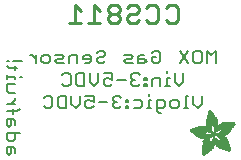
<source format=gbr>
G04 EAGLE Gerber RS-274X export*
G75*
%MOMM*%
%FSLAX34Y34*%
%LPD*%
%INSilkscreen Bottom*%
%IPPOS*%
%AMOC8*
5,1,8,0,0,1.08239X$1,22.5*%
G01*
%ADD10C,0.203200*%
%ADD11C,0.254000*%
%ADD12R,0.050800X0.006300*%
%ADD13R,0.082600X0.006400*%
%ADD14R,0.120600X0.006300*%
%ADD15R,0.139700X0.006400*%
%ADD16R,0.158800X0.006300*%
%ADD17R,0.177800X0.006400*%
%ADD18R,0.196800X0.006300*%
%ADD19R,0.215900X0.006400*%
%ADD20R,0.228600X0.006300*%
%ADD21R,0.241300X0.006400*%
%ADD22R,0.254000X0.006300*%
%ADD23R,0.266700X0.006400*%
%ADD24R,0.279400X0.006300*%
%ADD25R,0.285700X0.006400*%
%ADD26R,0.298400X0.006300*%
%ADD27R,0.311200X0.006400*%
%ADD28R,0.317500X0.006300*%
%ADD29R,0.330200X0.006400*%
%ADD30R,0.336600X0.006300*%
%ADD31R,0.349200X0.006400*%
%ADD32R,0.361900X0.006300*%
%ADD33R,0.368300X0.006400*%
%ADD34R,0.381000X0.006300*%
%ADD35R,0.387300X0.006400*%
%ADD36R,0.393700X0.006300*%
%ADD37R,0.406400X0.006400*%
%ADD38R,0.412700X0.006300*%
%ADD39R,0.419100X0.006400*%
%ADD40R,0.431800X0.006300*%
%ADD41R,0.438100X0.006400*%
%ADD42R,0.450800X0.006300*%
%ADD43R,0.457200X0.006400*%
%ADD44R,0.463500X0.006300*%
%ADD45R,0.476200X0.006400*%
%ADD46R,0.482600X0.006300*%
%ADD47R,0.488900X0.006400*%
%ADD48R,0.501600X0.006300*%
%ADD49R,0.508000X0.006400*%
%ADD50R,0.514300X0.006300*%
%ADD51R,0.527000X0.006400*%
%ADD52R,0.533400X0.006300*%
%ADD53R,0.546100X0.006400*%
%ADD54R,0.552400X0.006300*%
%ADD55R,0.558800X0.006400*%
%ADD56R,0.571500X0.006300*%
%ADD57R,0.577800X0.006400*%
%ADD58R,0.584200X0.006300*%
%ADD59R,0.596900X0.006400*%
%ADD60R,0.603200X0.006300*%
%ADD61R,0.609600X0.006400*%
%ADD62R,0.622300X0.006300*%
%ADD63R,0.628600X0.006400*%
%ADD64R,0.641300X0.006300*%
%ADD65R,0.647700X0.006400*%
%ADD66R,0.063500X0.006300*%
%ADD67R,0.654000X0.006300*%
%ADD68R,0.101600X0.006400*%
%ADD69R,0.666700X0.006400*%
%ADD70R,0.139700X0.006300*%
%ADD71R,0.673100X0.006300*%
%ADD72R,0.165100X0.006400*%
%ADD73R,0.679400X0.006400*%
%ADD74R,0.196900X0.006300*%
%ADD75R,0.692100X0.006300*%
%ADD76R,0.222200X0.006400*%
%ADD77R,0.698500X0.006400*%
%ADD78R,0.247700X0.006300*%
%ADD79R,0.704800X0.006300*%
%ADD80R,0.279400X0.006400*%
%ADD81R,0.717500X0.006400*%
%ADD82R,0.298500X0.006300*%
%ADD83R,0.723900X0.006300*%
%ADD84R,0.736600X0.006400*%
%ADD85R,0.342900X0.006300*%
%ADD86R,0.742900X0.006300*%
%ADD87R,0.374700X0.006400*%
%ADD88R,0.749300X0.006400*%
%ADD89R,0.762000X0.006300*%
%ADD90R,0.412700X0.006400*%
%ADD91R,0.768300X0.006400*%
%ADD92R,0.438100X0.006300*%
%ADD93R,0.774700X0.006300*%
%ADD94R,0.463600X0.006400*%
%ADD95R,0.787400X0.006400*%
%ADD96R,0.793700X0.006300*%
%ADD97R,0.495300X0.006400*%
%ADD98R,0.800100X0.006400*%
%ADD99R,0.520700X0.006300*%
%ADD100R,0.812800X0.006300*%
%ADD101R,0.533400X0.006400*%
%ADD102R,0.819100X0.006400*%
%ADD103R,0.558800X0.006300*%
%ADD104R,0.825500X0.006300*%
%ADD105R,0.577900X0.006400*%
%ADD106R,0.831800X0.006400*%
%ADD107R,0.596900X0.006300*%
%ADD108R,0.844500X0.006300*%
%ADD109R,0.616000X0.006400*%
%ADD110R,0.850900X0.006400*%
%ADD111R,0.635000X0.006300*%
%ADD112R,0.857200X0.006300*%
%ADD113R,0.654100X0.006400*%
%ADD114R,0.863600X0.006400*%
%ADD115R,0.666700X0.006300*%
%ADD116R,0.869900X0.006300*%
%ADD117R,0.685800X0.006400*%
%ADD118R,0.876300X0.006400*%
%ADD119R,0.882600X0.006300*%
%ADD120R,0.723900X0.006400*%
%ADD121R,0.889000X0.006400*%
%ADD122R,0.895300X0.006300*%
%ADD123R,0.755700X0.006400*%
%ADD124R,0.901700X0.006400*%
%ADD125R,0.908000X0.006300*%
%ADD126R,0.793800X0.006400*%
%ADD127R,0.914400X0.006400*%
%ADD128R,0.806400X0.006300*%
%ADD129R,0.920700X0.006300*%
%ADD130R,0.825500X0.006400*%
%ADD131R,0.927100X0.006400*%
%ADD132R,0.933400X0.006300*%
%ADD133R,0.857300X0.006400*%
%ADD134R,0.939800X0.006400*%
%ADD135R,0.870000X0.006300*%
%ADD136R,0.939800X0.006300*%
%ADD137R,0.946100X0.006400*%
%ADD138R,0.952500X0.006300*%
%ADD139R,0.908000X0.006400*%
%ADD140R,0.958800X0.006400*%
%ADD141R,0.965200X0.006300*%
%ADD142R,0.965200X0.006400*%
%ADD143R,0.971500X0.006300*%
%ADD144R,0.952500X0.006400*%
%ADD145R,0.977900X0.006400*%
%ADD146R,0.958800X0.006300*%
%ADD147R,0.984200X0.006300*%
%ADD148R,0.971500X0.006400*%
%ADD149R,0.984200X0.006400*%
%ADD150R,0.990600X0.006300*%
%ADD151R,0.984300X0.006400*%
%ADD152R,0.996900X0.006400*%
%ADD153R,0.997000X0.006300*%
%ADD154R,0.996900X0.006300*%
%ADD155R,1.003300X0.006400*%
%ADD156R,1.016000X0.006300*%
%ADD157R,1.009600X0.006300*%
%ADD158R,1.016000X0.006400*%
%ADD159R,1.009600X0.006400*%
%ADD160R,1.022300X0.006300*%
%ADD161R,1.028700X0.006400*%
%ADD162R,1.035100X0.006300*%
%ADD163R,1.047800X0.006400*%
%ADD164R,1.054100X0.006300*%
%ADD165R,1.028700X0.006300*%
%ADD166R,1.054100X0.006400*%
%ADD167R,1.035000X0.006400*%
%ADD168R,1.060400X0.006300*%
%ADD169R,1.035000X0.006300*%
%ADD170R,1.060500X0.006400*%
%ADD171R,1.041400X0.006400*%
%ADD172R,1.066800X0.006300*%
%ADD173R,1.041400X0.006300*%
%ADD174R,1.079500X0.006400*%
%ADD175R,1.047700X0.006400*%
%ADD176R,1.085900X0.006300*%
%ADD177R,1.047700X0.006300*%
%ADD178R,1.085800X0.006400*%
%ADD179R,1.092200X0.006300*%
%ADD180R,1.085900X0.006400*%
%ADD181R,1.098600X0.006300*%
%ADD182R,1.098600X0.006400*%
%ADD183R,1.060400X0.006400*%
%ADD184R,1.104900X0.006300*%
%ADD185R,1.104900X0.006400*%
%ADD186R,1.066800X0.006400*%
%ADD187R,1.111200X0.006300*%
%ADD188R,1.117600X0.006400*%
%ADD189R,1.117600X0.006300*%
%ADD190R,1.073100X0.006300*%
%ADD191R,1.073100X0.006400*%
%ADD192R,1.124000X0.006300*%
%ADD193R,1.079500X0.006300*%
%ADD194R,1.123900X0.006400*%
%ADD195R,1.130300X0.006300*%
%ADD196R,1.130300X0.006400*%
%ADD197R,1.136700X0.006400*%
%ADD198R,1.136700X0.006300*%
%ADD199R,1.085800X0.006300*%
%ADD200R,1.136600X0.006400*%
%ADD201R,1.136600X0.006300*%
%ADD202R,1.143000X0.006400*%
%ADD203R,1.143000X0.006300*%
%ADD204R,1.149400X0.006300*%
%ADD205R,1.149300X0.006300*%
%ADD206R,1.149300X0.006400*%
%ADD207R,1.149400X0.006400*%
%ADD208R,1.155700X0.006400*%
%ADD209R,1.155700X0.006300*%
%ADD210R,1.060500X0.006300*%
%ADD211R,2.197100X0.006400*%
%ADD212R,2.197100X0.006300*%
%ADD213R,2.184400X0.006300*%
%ADD214R,2.184400X0.006400*%
%ADD215R,2.171700X0.006400*%
%ADD216R,2.171700X0.006300*%
%ADD217R,1.530300X0.006400*%
%ADD218R,1.505000X0.006300*%
%ADD219R,1.492300X0.006400*%
%ADD220R,1.485900X0.006300*%
%ADD221R,0.565200X0.006300*%
%ADD222R,1.473200X0.006400*%
%ADD223R,0.565200X0.006400*%
%ADD224R,1.460500X0.006300*%
%ADD225R,1.454100X0.006400*%
%ADD226R,0.552400X0.006400*%
%ADD227R,1.441500X0.006300*%
%ADD228R,0.546100X0.006300*%
%ADD229R,1.435100X0.006400*%
%ADD230R,0.539800X0.006400*%
%ADD231R,1.428800X0.006300*%
%ADD232R,1.422400X0.006400*%
%ADD233R,1.409700X0.006300*%
%ADD234R,0.527100X0.006300*%
%ADD235R,1.403300X0.006400*%
%ADD236R,0.527100X0.006400*%
%ADD237R,1.390700X0.006300*%
%ADD238R,1.384300X0.006400*%
%ADD239R,0.520700X0.006400*%
%ADD240R,1.384300X0.006300*%
%ADD241R,0.514400X0.006300*%
%ADD242R,1.371600X0.006400*%
%ADD243R,1.365200X0.006300*%
%ADD244R,0.508000X0.006300*%
%ADD245R,1.352600X0.006400*%
%ADD246R,0.501700X0.006400*%
%ADD247R,0.711200X0.006300*%
%ADD248R,0.603300X0.006300*%
%ADD249R,0.501700X0.006300*%
%ADD250R,0.692100X0.006400*%
%ADD251R,0.571500X0.006400*%
%ADD252R,0.679400X0.006300*%
%ADD253R,0.495300X0.006300*%
%ADD254R,0.673100X0.006400*%
%ADD255R,0.666800X0.006300*%
%ADD256R,0.488900X0.006300*%
%ADD257R,0.660400X0.006400*%
%ADD258R,0.482600X0.006400*%
%ADD259R,0.476200X0.006300*%
%ADD260R,0.654000X0.006400*%
%ADD261R,0.469900X0.006400*%
%ADD262R,0.476300X0.006400*%
%ADD263R,0.647700X0.006300*%
%ADD264R,0.457200X0.006300*%
%ADD265R,0.469900X0.006300*%
%ADD266R,0.641300X0.006400*%
%ADD267R,0.444500X0.006400*%
%ADD268R,0.463600X0.006300*%
%ADD269R,0.635000X0.006400*%
%ADD270R,0.463500X0.006400*%
%ADD271R,0.393700X0.006400*%
%ADD272R,0.450800X0.006400*%
%ADD273R,0.628600X0.006300*%
%ADD274R,0.387400X0.006300*%
%ADD275R,0.450900X0.006300*%
%ADD276R,0.628700X0.006400*%
%ADD277R,0.374600X0.006400*%
%ADD278R,0.368300X0.006300*%
%ADD279R,0.438200X0.006300*%
%ADD280R,0.622300X0.006400*%
%ADD281R,0.355600X0.006400*%
%ADD282R,0.431800X0.006400*%
%ADD283R,0.349300X0.006300*%
%ADD284R,0.425400X0.006300*%
%ADD285R,0.615900X0.006300*%
%ADD286R,0.330200X0.006300*%
%ADD287R,0.419100X0.006300*%
%ADD288R,0.616000X0.006300*%
%ADD289R,0.311200X0.006300*%
%ADD290R,0.406400X0.006300*%
%ADD291R,0.615900X0.006400*%
%ADD292R,0.304800X0.006400*%
%ADD293R,0.158800X0.006400*%
%ADD294R,0.609600X0.006300*%
%ADD295R,0.292100X0.006300*%
%ADD296R,0.235000X0.006300*%
%ADD297R,0.387400X0.006400*%
%ADD298R,0.292100X0.006400*%
%ADD299R,0.336500X0.006300*%
%ADD300R,0.260400X0.006300*%
%ADD301R,0.603300X0.006400*%
%ADD302R,0.260400X0.006400*%
%ADD303R,0.362000X0.006400*%
%ADD304R,0.450900X0.006400*%
%ADD305R,0.355600X0.006300*%
%ADD306R,0.342900X0.006400*%
%ADD307R,0.514300X0.006400*%
%ADD308R,0.234900X0.006300*%
%ADD309R,0.539700X0.006300*%
%ADD310R,0.603200X0.006400*%
%ADD311R,0.234900X0.006400*%
%ADD312R,0.920700X0.006400*%
%ADD313R,0.958900X0.006400*%
%ADD314R,0.215900X0.006300*%
%ADD315R,0.209600X0.006400*%
%ADD316R,0.203200X0.006300*%
%ADD317R,1.003300X0.006300*%
%ADD318R,0.203200X0.006400*%
%ADD319R,0.196900X0.006400*%
%ADD320R,0.190500X0.006300*%
%ADD321R,0.190500X0.006400*%
%ADD322R,0.184200X0.006300*%
%ADD323R,0.590500X0.006400*%
%ADD324R,0.184200X0.006400*%
%ADD325R,0.590500X0.006300*%
%ADD326R,0.177800X0.006300*%
%ADD327R,0.584200X0.006400*%
%ADD328R,1.168400X0.006400*%
%ADD329R,0.171500X0.006300*%
%ADD330R,1.187500X0.006300*%
%ADD331R,1.200100X0.006400*%
%ADD332R,0.577800X0.006300*%
%ADD333R,1.212900X0.006300*%
%ADD334R,1.231900X0.006400*%
%ADD335R,1.250900X0.006300*%
%ADD336R,0.565100X0.006400*%
%ADD337R,0.184100X0.006400*%
%ADD338R,1.263700X0.006400*%
%ADD339R,0.565100X0.006300*%
%ADD340R,1.289100X0.006300*%
%ADD341R,1.314400X0.006400*%
%ADD342R,0.552500X0.006300*%
%ADD343R,1.568500X0.006300*%
%ADD344R,0.552500X0.006400*%
%ADD345R,1.581200X0.006400*%
%ADD346R,1.593800X0.006300*%
%ADD347R,1.606500X0.006400*%
%ADD348R,1.619300X0.006300*%
%ADD349R,0.514400X0.006400*%
%ADD350R,1.638300X0.006400*%
%ADD351R,1.657300X0.006300*%
%ADD352R,2.209800X0.006400*%
%ADD353R,2.425700X0.006300*%
%ADD354R,2.470100X0.006400*%
%ADD355R,2.501900X0.006300*%
%ADD356R,2.533700X0.006400*%
%ADD357R,2.559000X0.006300*%
%ADD358R,2.584500X0.006400*%
%ADD359R,2.609900X0.006300*%
%ADD360R,2.628900X0.006400*%
%ADD361R,2.660600X0.006300*%
%ADD362R,2.673400X0.006400*%
%ADD363R,1.422400X0.006300*%
%ADD364R,1.200200X0.006300*%
%ADD365R,1.365300X0.006300*%
%ADD366R,1.365300X0.006400*%
%ADD367R,1.352500X0.006300*%
%ADD368R,1.098500X0.006300*%
%ADD369R,1.358900X0.006400*%
%ADD370R,1.352600X0.006300*%
%ADD371R,1.358900X0.006300*%
%ADD372R,1.371600X0.006300*%
%ADD373R,1.377900X0.006400*%
%ADD374R,1.397000X0.006400*%
%ADD375R,1.403300X0.006300*%
%ADD376R,0.914400X0.006300*%
%ADD377R,0.876300X0.006300*%
%ADD378R,0.374600X0.006300*%
%ADD379R,1.073200X0.006400*%
%ADD380R,0.374700X0.006300*%
%ADD381R,0.844600X0.006400*%
%ADD382R,0.844600X0.006300*%
%ADD383R,0.831900X0.006400*%
%ADD384R,1.092200X0.006400*%
%ADD385R,0.400000X0.006300*%
%ADD386R,0.819200X0.006400*%
%ADD387R,1.111300X0.006400*%
%ADD388R,0.812800X0.006400*%
%ADD389R,0.800100X0.006300*%
%ADD390R,0.476300X0.006300*%
%ADD391R,1.181100X0.006300*%
%ADD392R,0.501600X0.006400*%
%ADD393R,1.193800X0.006400*%
%ADD394R,0.781000X0.006400*%
%ADD395R,1.238200X0.006400*%
%ADD396R,0.781100X0.006300*%
%ADD397R,1.257300X0.006300*%
%ADD398R,1.295400X0.006400*%
%ADD399R,1.333500X0.006300*%
%ADD400R,0.774700X0.006400*%
%ADD401R,1.866900X0.006400*%
%ADD402R,0.209600X0.006300*%
%ADD403R,1.866900X0.006300*%
%ADD404R,0.768400X0.006400*%
%ADD405R,0.209500X0.006400*%
%ADD406R,1.860600X0.006400*%
%ADD407R,0.762000X0.006400*%
%ADD408R,0.768400X0.006300*%
%ADD409R,1.860600X0.006300*%
%ADD410R,1.860500X0.006400*%
%ADD411R,0.222300X0.006300*%
%ADD412R,1.854200X0.006300*%
%ADD413R,0.235000X0.006400*%
%ADD414R,1.854200X0.006400*%
%ADD415R,0.768300X0.006300*%
%ADD416R,0.260300X0.006400*%
%ADD417R,1.847800X0.006400*%
%ADD418R,0.266700X0.006300*%
%ADD419R,1.847800X0.006300*%
%ADD420R,0.273100X0.006400*%
%ADD421R,1.841500X0.006400*%
%ADD422R,0.285800X0.006300*%
%ADD423R,1.841500X0.006300*%
%ADD424R,0.298500X0.006400*%
%ADD425R,1.835100X0.006400*%
%ADD426R,0.781000X0.006300*%
%ADD427R,0.304800X0.006300*%
%ADD428R,1.835100X0.006300*%
%ADD429R,0.317500X0.006400*%
%ADD430R,1.828800X0.006400*%
%ADD431R,0.787400X0.006300*%
%ADD432R,0.323800X0.006300*%
%ADD433R,1.828800X0.006300*%
%ADD434R,0.793700X0.006400*%
%ADD435R,1.822400X0.006400*%
%ADD436R,0.806500X0.006300*%
%ADD437R,1.822400X0.006300*%
%ADD438R,1.816100X0.006400*%
%ADD439R,0.819100X0.006300*%
%ADD440R,0.387300X0.006300*%
%ADD441R,1.816100X0.006300*%
%ADD442R,1.809800X0.006400*%
%ADD443R,1.803400X0.006300*%
%ADD444R,1.797000X0.006400*%
%ADD445R,0.901700X0.006300*%
%ADD446R,1.797000X0.006300*%
%ADD447R,1.441400X0.006400*%
%ADD448R,1.790700X0.006400*%
%ADD449R,1.447800X0.006300*%
%ADD450R,1.784300X0.006300*%
%ADD451R,1.447800X0.006400*%
%ADD452R,1.784300X0.006400*%
%ADD453R,1.454100X0.006300*%
%ADD454R,1.771700X0.006300*%
%ADD455R,1.460500X0.006400*%
%ADD456R,1.759000X0.006400*%
%ADD457R,1.466800X0.006300*%
%ADD458R,1.752600X0.006300*%
%ADD459R,1.466800X0.006400*%
%ADD460R,1.739900X0.006400*%
%ADD461R,1.473200X0.006300*%
%ADD462R,1.727200X0.006300*%
%ADD463R,1.479500X0.006400*%
%ADD464R,1.714500X0.006400*%
%ADD465R,1.695400X0.006300*%
%ADD466R,1.485900X0.006400*%
%ADD467R,1.682700X0.006400*%
%ADD468R,1.492200X0.006300*%
%ADD469R,1.663700X0.006300*%
%ADD470R,1.498600X0.006400*%
%ADD471R,1.644600X0.006400*%
%ADD472R,1.498600X0.006300*%
%ADD473R,1.619200X0.006300*%
%ADD474R,1.511300X0.006400*%
%ADD475R,1.600200X0.006400*%
%ADD476R,1.517700X0.006300*%
%ADD477R,1.574800X0.006300*%
%ADD478R,1.524000X0.006400*%
%ADD479R,1.555800X0.006400*%
%ADD480R,1.524000X0.006300*%
%ADD481R,1.536700X0.006300*%
%ADD482R,1.530400X0.006400*%
%ADD483R,1.517700X0.006400*%
%ADD484R,1.492300X0.006300*%
%ADD485R,1.549400X0.006400*%
%ADD486R,1.479600X0.006400*%
%ADD487R,1.549400X0.006300*%
%ADD488R,1.555700X0.006400*%
%ADD489R,1.562100X0.006300*%
%ADD490R,0.323900X0.006300*%
%ADD491R,1.568400X0.006400*%
%ADD492R,0.336600X0.006400*%
%ADD493R,1.587500X0.006300*%
%ADD494R,0.971600X0.006300*%
%ADD495R,0.349300X0.006400*%
%ADD496R,1.600200X0.006300*%
%ADD497R,0.920800X0.006300*%
%ADD498R,0.882700X0.006400*%
%ADD499R,1.612900X0.006300*%
%ADD500R,0.362000X0.006300*%
%ADD501R,1.625600X0.006400*%
%ADD502R,1.625600X0.006300*%
%ADD503R,1.644600X0.006300*%
%ADD504R,0.736600X0.006300*%
%ADD505R,0.717600X0.006400*%
%ADD506R,1.657400X0.006300*%
%ADD507R,0.679500X0.006300*%
%ADD508R,1.663700X0.006400*%
%ADD509R,0.400000X0.006400*%
%ADD510R,1.676400X0.006300*%
%ADD511R,1.676400X0.006400*%
%ADD512R,0.425500X0.006400*%
%ADD513R,1.352500X0.006400*%
%ADD514R,0.444500X0.006300*%
%ADD515R,0.361900X0.006400*%
%ADD516R,0.088900X0.006300*%
%ADD517R,1.009700X0.006300*%
%ADD518R,1.009700X0.006400*%
%ADD519R,1.022300X0.006400*%
%ADD520R,1.346200X0.006400*%
%ADD521R,1.346200X0.006300*%
%ADD522R,1.339900X0.006400*%
%ADD523R,1.035100X0.006400*%
%ADD524R,1.339800X0.006300*%
%ADD525R,1.333500X0.006400*%
%ADD526R,1.327200X0.006400*%
%ADD527R,1.320800X0.006300*%
%ADD528R,1.314500X0.006400*%
%ADD529R,1.314400X0.006300*%
%ADD530R,1.301700X0.006400*%
%ADD531R,1.295400X0.006300*%
%ADD532R,1.289000X0.006400*%
%ADD533R,1.276300X0.006300*%
%ADD534R,1.251000X0.006300*%
%ADD535R,1.244600X0.006400*%
%ADD536R,1.231900X0.006300*%
%ADD537R,1.212800X0.006400*%
%ADD538R,1.200100X0.006300*%
%ADD539R,1.187400X0.006400*%
%ADD540R,1.168400X0.006300*%
%ADD541R,1.047800X0.006300*%
%ADD542R,0.977900X0.006300*%
%ADD543R,0.946200X0.006400*%
%ADD544R,0.933400X0.006400*%
%ADD545R,0.895300X0.006400*%
%ADD546R,0.882700X0.006300*%
%ADD547R,0.863600X0.006300*%
%ADD548R,0.857200X0.006400*%
%ADD549R,0.850900X0.006300*%
%ADD550R,0.838200X0.006300*%
%ADD551R,0.806500X0.006400*%
%ADD552R,0.717600X0.006300*%
%ADD553R,0.711200X0.006400*%
%ADD554R,0.641400X0.006400*%
%ADD555R,0.641400X0.006300*%
%ADD556R,0.628700X0.006300*%
%ADD557R,0.590600X0.006300*%
%ADD558R,0.539700X0.006400*%
%ADD559R,0.285700X0.006300*%
%ADD560R,0.222200X0.006300*%
%ADD561R,0.171400X0.006300*%
%ADD562R,0.152400X0.006400*%
%ADD563R,0.133400X0.006300*%


D10*
X181467Y117856D02*
X181467Y128533D01*
X177908Y124974D01*
X174349Y128533D01*
X174349Y117856D01*
X167994Y128533D02*
X164435Y128533D01*
X167994Y128533D02*
X169773Y126754D01*
X169773Y119636D01*
X167994Y117856D01*
X164435Y117856D01*
X162655Y119636D01*
X162655Y126754D01*
X164435Y128533D01*
X158080Y128533D02*
X150961Y117856D01*
X158080Y117856D02*
X150961Y128533D01*
X129353Y128533D02*
X127574Y126754D01*
X129353Y128533D02*
X132912Y128533D01*
X134692Y126754D01*
X134692Y119636D01*
X132912Y117856D01*
X129353Y117856D01*
X127574Y119636D01*
X127574Y123195D01*
X131133Y123195D01*
X121218Y124974D02*
X117659Y124974D01*
X115880Y123195D01*
X115880Y117856D01*
X121218Y117856D01*
X122998Y119636D01*
X121218Y121415D01*
X115880Y121415D01*
X111304Y117856D02*
X105965Y117856D01*
X104186Y119636D01*
X105965Y121415D01*
X109524Y121415D01*
X111304Y123195D01*
X109524Y124974D01*
X104186Y124974D01*
X82577Y128533D02*
X80798Y126754D01*
X82577Y128533D02*
X86136Y128533D01*
X87916Y126754D01*
X87916Y124974D01*
X86136Y123195D01*
X82577Y123195D01*
X80798Y121415D01*
X80798Y119636D01*
X82577Y117856D01*
X86136Y117856D01*
X87916Y119636D01*
X74442Y117856D02*
X70883Y117856D01*
X74442Y117856D02*
X76222Y119636D01*
X76222Y123195D01*
X74442Y124974D01*
X70883Y124974D01*
X69104Y123195D01*
X69104Y121415D01*
X76222Y121415D01*
X64528Y117856D02*
X64528Y124974D01*
X59189Y124974D01*
X57410Y123195D01*
X57410Y117856D01*
X52834Y117856D02*
X47495Y117856D01*
X45716Y119636D01*
X47495Y121415D01*
X51054Y121415D01*
X52834Y123195D01*
X51054Y124974D01*
X45716Y124974D01*
X39360Y117856D02*
X35801Y117856D01*
X34022Y119636D01*
X34022Y123195D01*
X35801Y124974D01*
X39360Y124974D01*
X41140Y123195D01*
X41140Y119636D01*
X39360Y117856D01*
X29446Y117856D02*
X29446Y124974D01*
X29446Y121415D02*
X25887Y124974D01*
X24107Y124974D01*
X154181Y109483D02*
X154181Y102365D01*
X150622Y98806D01*
X147063Y102365D01*
X147063Y109483D01*
X142488Y105924D02*
X140708Y105924D01*
X140708Y98806D01*
X142488Y98806D02*
X138928Y98806D01*
X140708Y109483D02*
X140708Y111263D01*
X134692Y105924D02*
X134692Y98806D01*
X134692Y105924D02*
X129353Y105924D01*
X127573Y104145D01*
X127573Y98806D01*
X122998Y105924D02*
X121218Y105924D01*
X121218Y104145D01*
X122998Y104145D01*
X122998Y105924D01*
X122998Y100586D02*
X121218Y100586D01*
X121218Y98806D01*
X122998Y98806D01*
X122998Y100586D01*
X117151Y107704D02*
X115371Y109483D01*
X111812Y109483D01*
X110033Y107704D01*
X110033Y105924D01*
X111812Y104145D01*
X113592Y104145D01*
X111812Y104145D02*
X110033Y102365D01*
X110033Y100586D01*
X111812Y98806D01*
X115371Y98806D01*
X117151Y100586D01*
X105457Y104145D02*
X98339Y104145D01*
X93763Y109483D02*
X86645Y109483D01*
X93763Y109483D02*
X93763Y104145D01*
X90204Y105924D01*
X88424Y105924D01*
X86645Y104145D01*
X86645Y100586D01*
X88424Y98806D01*
X91983Y98806D01*
X93763Y100586D01*
X82069Y102365D02*
X82069Y109483D01*
X82069Y102365D02*
X78510Y98806D01*
X74951Y102365D01*
X74951Y109483D01*
X70375Y109483D02*
X70375Y98806D01*
X65036Y98806D01*
X63257Y100586D01*
X63257Y107704D01*
X65036Y109483D01*
X70375Y109483D01*
X53342Y109483D02*
X51563Y107704D01*
X53342Y109483D02*
X56901Y109483D01*
X58681Y107704D01*
X58681Y100586D01*
X56901Y98806D01*
X53342Y98806D01*
X51563Y100586D01*
X169773Y90433D02*
X169773Y83315D01*
X166214Y79756D01*
X162655Y83315D01*
X162655Y90433D01*
X158080Y90433D02*
X156300Y90433D01*
X156300Y79756D01*
X158080Y79756D02*
X154520Y79756D01*
X148504Y79756D02*
X144945Y79756D01*
X143165Y81536D01*
X143165Y85095D01*
X144945Y86874D01*
X148504Y86874D01*
X150284Y85095D01*
X150284Y81536D01*
X148504Y79756D01*
X135031Y76197D02*
X133251Y76197D01*
X131472Y77977D01*
X131472Y86874D01*
X136810Y86874D01*
X138590Y85095D01*
X138590Y81536D01*
X136810Y79756D01*
X131472Y79756D01*
X126896Y86874D02*
X125116Y86874D01*
X125116Y79756D01*
X123337Y79756D02*
X126896Y79756D01*
X125116Y90433D02*
X125116Y92213D01*
X117320Y86874D02*
X111982Y86874D01*
X117320Y86874D02*
X119100Y85095D01*
X119100Y81536D01*
X117320Y79756D01*
X111982Y79756D01*
X107406Y86874D02*
X105626Y86874D01*
X105626Y85095D01*
X107406Y85095D01*
X107406Y86874D01*
X107406Y81536D02*
X105626Y81536D01*
X105626Y79756D01*
X107406Y79756D01*
X107406Y81536D01*
X101559Y88654D02*
X99779Y90433D01*
X96220Y90433D01*
X94441Y88654D01*
X94441Y86874D01*
X96220Y85095D01*
X98000Y85095D01*
X96220Y85095D02*
X94441Y83315D01*
X94441Y81536D01*
X96220Y79756D01*
X99779Y79756D01*
X101559Y81536D01*
X89865Y85095D02*
X82747Y85095D01*
X78171Y90433D02*
X71053Y90433D01*
X78171Y90433D02*
X78171Y85095D01*
X74612Y86874D01*
X72832Y86874D01*
X71053Y85095D01*
X71053Y81536D01*
X72832Y79756D01*
X76391Y79756D01*
X78171Y81536D01*
X66477Y83315D02*
X66477Y90433D01*
X66477Y83315D02*
X62918Y79756D01*
X59359Y83315D01*
X59359Y90433D01*
X54783Y90433D02*
X54783Y79756D01*
X49444Y79756D01*
X47665Y81536D01*
X47665Y88654D01*
X49444Y90433D01*
X54783Y90433D01*
X37750Y90433D02*
X35971Y88654D01*
X37750Y90433D02*
X41309Y90433D01*
X43089Y88654D01*
X43089Y81536D01*
X41309Y79756D01*
X37750Y79756D01*
X35971Y81536D01*
X11944Y45731D02*
X11944Y42172D01*
X11944Y45731D02*
X10165Y47511D01*
X4826Y47511D01*
X4826Y42172D01*
X6606Y40393D01*
X8385Y42172D01*
X8385Y47511D01*
X4826Y59205D02*
X15503Y59205D01*
X4826Y59205D02*
X4826Y53866D01*
X6606Y52087D01*
X10165Y52087D01*
X11944Y53866D01*
X11944Y59205D01*
X11944Y65560D02*
X11944Y69119D01*
X10165Y70899D01*
X4826Y70899D01*
X4826Y65560D01*
X6606Y63780D01*
X8385Y65560D01*
X8385Y70899D01*
X4826Y77254D02*
X13724Y77254D01*
X15503Y79033D01*
X10165Y79033D02*
X10165Y75474D01*
X11944Y83270D02*
X4826Y83270D01*
X8385Y83270D02*
X11944Y86829D01*
X11944Y88609D01*
X11944Y93015D02*
X6606Y93015D01*
X4826Y94795D01*
X4826Y100133D01*
X11944Y100133D01*
X11944Y104709D02*
X11944Y106489D01*
X4826Y106489D01*
X4826Y108268D02*
X4826Y104709D01*
X15503Y106489D02*
X17283Y106489D01*
X13724Y114285D02*
X6606Y114285D01*
X4826Y116064D01*
X11944Y116064D02*
X11944Y112505D01*
X6606Y120301D02*
X4826Y120301D01*
X10165Y120301D02*
X17283Y120301D01*
D11*
X139276Y165111D02*
X141818Y167653D01*
X146903Y167653D01*
X149445Y165111D01*
X149445Y154942D01*
X146903Y152400D01*
X141818Y152400D01*
X139276Y154942D01*
X125447Y167653D02*
X122905Y165111D01*
X125447Y167653D02*
X130531Y167653D01*
X133073Y165111D01*
X133073Y154942D01*
X130531Y152400D01*
X125447Y152400D01*
X122905Y154942D01*
X109075Y167653D02*
X106533Y165111D01*
X109075Y167653D02*
X114159Y167653D01*
X116702Y165111D01*
X116702Y162569D01*
X114159Y160027D01*
X109075Y160027D01*
X106533Y157484D01*
X106533Y154942D01*
X109075Y152400D01*
X114159Y152400D01*
X116702Y154942D01*
X100330Y165111D02*
X97788Y167653D01*
X92704Y167653D01*
X90161Y165111D01*
X90161Y162569D01*
X92704Y160027D01*
X90161Y157484D01*
X90161Y154942D01*
X92704Y152400D01*
X97788Y152400D01*
X100330Y154942D01*
X100330Y157484D01*
X97788Y160027D01*
X100330Y162569D01*
X100330Y165111D01*
X97788Y160027D02*
X92704Y160027D01*
X83959Y162569D02*
X78874Y167653D01*
X78874Y152400D01*
X73790Y152400D02*
X83959Y152400D01*
X67587Y162569D02*
X62503Y167653D01*
X62503Y152400D01*
X67587Y152400D02*
X57418Y152400D01*
D12*
X171482Y39561D03*
D13*
X171450Y39624D03*
D14*
X171450Y39688D03*
D15*
X171482Y39751D03*
D16*
X171450Y39815D03*
D17*
X171482Y39878D03*
D18*
X171450Y39942D03*
D19*
X171482Y40005D03*
D20*
X171482Y40069D03*
D21*
X171546Y40132D03*
D22*
X171545Y40196D03*
D23*
X171609Y40259D03*
D24*
X171609Y40323D03*
D25*
X171641Y40386D03*
D26*
X171704Y40450D03*
D27*
X171704Y40513D03*
D28*
X171736Y40577D03*
D29*
X171799Y40640D03*
D30*
X171831Y40704D03*
D31*
X171831Y40767D03*
D32*
X171895Y40831D03*
D33*
X171927Y40894D03*
D34*
X171990Y40958D03*
D35*
X172022Y41021D03*
D36*
X172054Y41085D03*
D37*
X172117Y41148D03*
D38*
X172149Y41212D03*
D39*
X172181Y41275D03*
D40*
X172244Y41339D03*
D41*
X172276Y41402D03*
D42*
X172339Y41466D03*
D43*
X172371Y41529D03*
D44*
X172403Y41593D03*
D45*
X172466Y41656D03*
D46*
X172498Y41720D03*
D47*
X172530Y41783D03*
D48*
X172593Y41847D03*
D49*
X172625Y41910D03*
D50*
X172657Y41974D03*
D51*
X172720Y42037D03*
D52*
X172752Y42101D03*
D53*
X172816Y42164D03*
D54*
X172847Y42228D03*
D55*
X172879Y42291D03*
D56*
X172943Y42355D03*
D57*
X172974Y42418D03*
D58*
X173006Y42482D03*
D59*
X173070Y42545D03*
D60*
X173101Y42609D03*
D61*
X173133Y42672D03*
D62*
X173197Y42736D03*
D63*
X173228Y42799D03*
D64*
X173292Y42863D03*
D65*
X173324Y42926D03*
D66*
X193136Y42990D03*
D67*
X173355Y42990D03*
D68*
X193135Y43053D03*
D69*
X173419Y43053D03*
D70*
X193072Y43117D03*
D71*
X173451Y43117D03*
D72*
X193009Y43180D03*
D73*
X173482Y43180D03*
D74*
X192977Y43244D03*
D75*
X173546Y43244D03*
D76*
X192913Y43307D03*
D77*
X173578Y43307D03*
D78*
X192850Y43371D03*
D79*
X173609Y43371D03*
D80*
X192754Y43434D03*
D81*
X173673Y43434D03*
D82*
X192723Y43498D03*
D83*
X173705Y43498D03*
D29*
X192627Y43561D03*
D84*
X173768Y43561D03*
D85*
X192564Y43625D03*
D86*
X173800Y43625D03*
D87*
X192469Y43688D03*
D88*
X173832Y43688D03*
D36*
X192374Y43752D03*
D89*
X173895Y43752D03*
D90*
X192342Y43815D03*
D91*
X173927Y43815D03*
D92*
X192215Y43879D03*
D93*
X173959Y43879D03*
D94*
X192151Y43942D03*
D95*
X174022Y43942D03*
D46*
X192056Y44006D03*
D96*
X174054Y44006D03*
D97*
X191993Y44069D03*
D98*
X174086Y44069D03*
D99*
X191866Y44133D03*
D100*
X174149Y44133D03*
D101*
X191802Y44196D03*
D102*
X174181Y44196D03*
D103*
X191675Y44260D03*
D104*
X174213Y44260D03*
D105*
X191580Y44323D03*
D106*
X174244Y44323D03*
D107*
X191485Y44387D03*
D108*
X174308Y44387D03*
D109*
X191389Y44450D03*
D110*
X174340Y44450D03*
D111*
X191294Y44514D03*
D112*
X174371Y44514D03*
D113*
X191199Y44577D03*
D114*
X174403Y44577D03*
D115*
X191072Y44641D03*
D116*
X174435Y44641D03*
D117*
X190976Y44704D03*
D118*
X174467Y44704D03*
D79*
X190881Y44768D03*
D119*
X174498Y44768D03*
D120*
X190786Y44831D03*
D121*
X174530Y44831D03*
D86*
X190691Y44895D03*
D122*
X174562Y44895D03*
D123*
X190564Y44958D03*
D124*
X174594Y44958D03*
D93*
X190469Y45022D03*
D125*
X174625Y45022D03*
D126*
X190373Y45085D03*
D127*
X174657Y45085D03*
D128*
X190246Y45149D03*
D129*
X174689Y45149D03*
D130*
X190151Y45212D03*
D131*
X174721Y45212D03*
D108*
X190056Y45276D03*
D132*
X174752Y45276D03*
D133*
X189929Y45339D03*
D134*
X174784Y45339D03*
D135*
X189865Y45403D03*
D136*
X174784Y45403D03*
D121*
X189770Y45466D03*
D137*
X174816Y45466D03*
D122*
X189675Y45530D03*
D138*
X174848Y45530D03*
D139*
X189611Y45593D03*
D140*
X174879Y45593D03*
D129*
X189548Y45657D03*
D141*
X174911Y45657D03*
D131*
X189453Y45720D03*
D142*
X174911Y45720D03*
D136*
X189389Y45784D03*
D143*
X174943Y45784D03*
D144*
X189326Y45847D03*
D145*
X174975Y45847D03*
D146*
X189230Y45911D03*
D147*
X175006Y45911D03*
D148*
X189167Y45974D03*
D149*
X175006Y45974D03*
D147*
X189103Y46038D03*
D150*
X175038Y46038D03*
D151*
X189040Y46101D03*
D152*
X175070Y46101D03*
D153*
X188976Y46165D03*
D154*
X175070Y46165D03*
D155*
X188945Y46228D03*
X175102Y46228D03*
D156*
X188881Y46292D03*
D157*
X175133Y46292D03*
D158*
X188817Y46355D03*
D159*
X175133Y46355D03*
D160*
X188786Y46419D03*
D156*
X175165Y46419D03*
D161*
X188691Y46482D03*
D158*
X175165Y46482D03*
D162*
X188659Y46546D03*
D160*
X175197Y46546D03*
D163*
X188595Y46609D03*
D161*
X175229Y46609D03*
D164*
X188564Y46673D03*
D165*
X175229Y46673D03*
D166*
X188500Y46736D03*
D167*
X175260Y46736D03*
D168*
X188468Y46800D03*
D169*
X175260Y46800D03*
D170*
X188405Y46863D03*
D171*
X175292Y46863D03*
D172*
X188373Y46927D03*
D173*
X175292Y46927D03*
D174*
X188310Y46990D03*
D175*
X175324Y46990D03*
D176*
X188278Y47054D03*
D177*
X175324Y47054D03*
D178*
X188214Y47117D03*
D166*
X175356Y47117D03*
D179*
X188182Y47181D03*
D164*
X175356Y47181D03*
D180*
X188151Y47244D03*
D166*
X175356Y47244D03*
D181*
X188087Y47308D03*
D168*
X175387Y47308D03*
D182*
X188087Y47371D03*
D183*
X175387Y47371D03*
D184*
X188056Y47435D03*
D172*
X175419Y47435D03*
D185*
X187992Y47498D03*
D186*
X175419Y47498D03*
D187*
X187960Y47562D03*
D172*
X175419Y47562D03*
D188*
X187928Y47625D03*
D186*
X175419Y47625D03*
D189*
X187865Y47689D03*
D190*
X175451Y47689D03*
D188*
X187865Y47752D03*
D191*
X175451Y47752D03*
D192*
X187833Y47816D03*
D193*
X175483Y47816D03*
D194*
X187770Y47879D03*
D174*
X175483Y47879D03*
D195*
X187738Y47943D03*
D193*
X175483Y47943D03*
D196*
X187738Y48006D03*
D174*
X175483Y48006D03*
D195*
X187675Y48070D03*
D193*
X175483Y48070D03*
D197*
X187643Y48133D03*
D178*
X175514Y48133D03*
D198*
X187643Y48197D03*
D199*
X175514Y48197D03*
D200*
X187579Y48260D03*
D174*
X175546Y48260D03*
D201*
X187579Y48324D03*
D193*
X175546Y48324D03*
D202*
X187547Y48387D03*
D180*
X175578Y48387D03*
D203*
X187484Y48451D03*
D176*
X175578Y48451D03*
D202*
X187484Y48514D03*
D180*
X175578Y48514D03*
D204*
X187452Y48578D03*
D176*
X175578Y48578D03*
D202*
X187420Y48641D03*
D180*
X175578Y48641D03*
D205*
X187389Y48705D03*
D176*
X175578Y48705D03*
D206*
X187389Y48768D03*
D180*
X175578Y48768D03*
D204*
X187325Y48832D03*
D176*
X175578Y48832D03*
D207*
X187325Y48895D03*
D180*
X175578Y48895D03*
D204*
X187325Y48959D03*
D199*
X175641Y48959D03*
D206*
X187262Y49022D03*
D178*
X175641Y49022D03*
D205*
X187262Y49086D03*
D199*
X175641Y49086D03*
D208*
X187230Y49149D03*
D178*
X175641Y49149D03*
D204*
X187198Y49213D03*
D199*
X175641Y49213D03*
D207*
X187198Y49276D03*
D178*
X175641Y49276D03*
D209*
X187167Y49340D03*
D199*
X175641Y49340D03*
D206*
X187135Y49403D03*
D178*
X175641Y49403D03*
D205*
X187135Y49467D03*
D193*
X175673Y49467D03*
D208*
X187103Y49530D03*
D174*
X175673Y49530D03*
D204*
X187071Y49594D03*
D193*
X175673Y49594D03*
D207*
X187071Y49657D03*
D174*
X175673Y49657D03*
D204*
X187071Y49721D03*
D193*
X175673Y49721D03*
D206*
X187008Y49784D03*
D191*
X175705Y49784D03*
D205*
X187008Y49848D03*
D190*
X175705Y49848D03*
D206*
X187008Y49911D03*
D186*
X175673Y49911D03*
D204*
X186944Y49975D03*
D172*
X175673Y49975D03*
D207*
X186944Y50038D03*
D186*
X175673Y50038D03*
D204*
X186944Y50102D03*
D210*
X175705Y50102D03*
D202*
X186912Y50165D03*
D170*
X175705Y50165D03*
D205*
X186881Y50229D03*
D210*
X175705Y50229D03*
D206*
X186881Y50292D03*
D166*
X175737Y50292D03*
D203*
X186849Y50356D03*
D164*
X175737Y50356D03*
D207*
X186817Y50419D03*
D166*
X175737Y50419D03*
D204*
X186817Y50483D03*
D164*
X175737Y50483D03*
D211*
X181515Y50546D03*
D212*
X181515Y50610D03*
D211*
X181515Y50673D03*
D213*
X181515Y50737D03*
D214*
X181515Y50800D03*
D213*
X181515Y50864D03*
D215*
X181515Y50927D03*
D216*
X181515Y50991D03*
D217*
X184722Y51054D03*
D59*
X173705Y51054D03*
D218*
X184785Y51118D03*
D58*
X173641Y51118D03*
D219*
X184849Y51181D03*
D57*
X173609Y51181D03*
D220*
X184881Y51245D03*
D221*
X173609Y51245D03*
D222*
X184944Y51308D03*
D223*
X173609Y51308D03*
D224*
X184944Y51372D03*
D54*
X173609Y51372D03*
D225*
X184976Y51435D03*
D226*
X173609Y51435D03*
D227*
X184976Y51499D03*
D228*
X173641Y51499D03*
D229*
X185008Y51562D03*
D230*
X173609Y51562D03*
D231*
X185039Y51626D03*
D52*
X173641Y51626D03*
D232*
X185071Y51689D03*
D101*
X173641Y51689D03*
D233*
X185071Y51753D03*
D234*
X173673Y51753D03*
D235*
X185103Y51816D03*
D236*
X173673Y51816D03*
D237*
X185103Y51880D03*
D99*
X173705Y51880D03*
D238*
X185135Y51943D03*
D239*
X173705Y51943D03*
D240*
X185135Y52007D03*
D241*
X173736Y52007D03*
D242*
X185134Y52070D03*
D49*
X173768Y52070D03*
D243*
X185166Y52134D03*
D244*
X173768Y52134D03*
D245*
X185166Y52197D03*
D246*
X173800Y52197D03*
D247*
X188373Y52261D03*
D248*
X181420Y52261D03*
D249*
X173800Y52261D03*
D250*
X188405Y52324D03*
D251*
X181325Y52324D03*
D97*
X173832Y52324D03*
D252*
X188468Y52388D03*
D228*
X181261Y52388D03*
D253*
X173895Y52388D03*
D254*
X188437Y52451D03*
D101*
X181197Y52451D03*
D47*
X173927Y52451D03*
D255*
X188468Y52515D03*
D50*
X181166Y52515D03*
D256*
X173927Y52515D03*
D257*
X188500Y52578D03*
D97*
X181134Y52578D03*
D258*
X173958Y52578D03*
D67*
X188468Y52642D03*
D46*
X181070Y52642D03*
D259*
X173990Y52642D03*
D260*
X188468Y52705D03*
D261*
X181071Y52705D03*
D262*
X174054Y52705D03*
D263*
X188437Y52769D03*
D264*
X181007Y52769D03*
D265*
X174086Y52769D03*
D266*
X188405Y52832D03*
D267*
X181007Y52832D03*
D261*
X174086Y52832D03*
D64*
X188405Y52896D03*
D40*
X180943Y52896D03*
D268*
X174117Y52896D03*
D269*
X188373Y52959D03*
D39*
X180944Y52959D03*
D270*
X174181Y52959D03*
D111*
X188373Y53023D03*
D38*
X180912Y53023D03*
D264*
X174212Y53023D03*
D63*
X188341Y53086D03*
D271*
X180880Y53086D03*
D272*
X174244Y53086D03*
D273*
X188341Y53150D03*
D274*
X180848Y53150D03*
D275*
X174308Y53150D03*
D276*
X188278Y53213D03*
D277*
X180848Y53213D03*
D267*
X174340Y53213D03*
D62*
X188246Y53277D03*
D278*
X180817Y53277D03*
D279*
X174371Y53277D03*
D280*
X188246Y53340D03*
D281*
X180816Y53340D03*
D282*
X174466Y53340D03*
D62*
X188183Y53404D03*
D283*
X180785Y53404D03*
D284*
X174498Y53404D03*
D280*
X188183Y53467D03*
D29*
X180753Y53467D03*
D39*
X174530Y53467D03*
D285*
X188151Y53531D03*
D286*
X180753Y53531D03*
D287*
X174594Y53531D03*
D109*
X188087Y53594D03*
D27*
X180721Y53594D03*
D37*
X174657Y53594D03*
D288*
X188087Y53658D03*
D289*
X180721Y53658D03*
D290*
X174720Y53658D03*
D291*
X188024Y53721D03*
D292*
X180689Y53721D03*
D271*
X174784Y53721D03*
D293*
X170815Y53721D03*
D294*
X187992Y53785D03*
D295*
X180690Y53785D03*
D36*
X174848Y53785D03*
D296*
X170815Y53785D03*
D109*
X187960Y53848D03*
D25*
X180658Y53848D03*
D297*
X174879Y53848D03*
D298*
X170784Y53848D03*
D285*
X187897Y53912D03*
D24*
X180626Y53912D03*
D34*
X174974Y53912D03*
D299*
X170752Y53912D03*
D61*
X187865Y53975D03*
D23*
X180626Y53975D03*
D277*
X175006Y53975D03*
D87*
X170752Y53975D03*
D294*
X187801Y54039D03*
D300*
X180594Y54039D03*
D278*
X175102Y54039D03*
D38*
X170752Y54039D03*
D301*
X187770Y54102D03*
D302*
X180594Y54102D03*
D303*
X175133Y54102D03*
D304*
X170752Y54102D03*
D294*
X187738Y54166D03*
D22*
X180562Y54166D03*
D305*
X175228Y54166D03*
D46*
X170783Y54166D03*
D61*
X187674Y54229D03*
D21*
X180563Y54229D03*
D306*
X175292Y54229D03*
D307*
X170752Y54229D03*
D248*
X187643Y54293D03*
D308*
X180531Y54293D03*
D85*
X175356Y54293D03*
D309*
X170752Y54293D03*
D310*
X187579Y54356D03*
D311*
X180531Y54356D03*
D312*
X172530Y54356D03*
D248*
X187516Y54420D03*
D20*
X180499Y54420D03*
D132*
X172466Y54420D03*
D310*
X187452Y54483D03*
D19*
X180499Y54483D03*
D313*
X172403Y54483D03*
D107*
X187421Y54547D03*
D314*
X180499Y54547D03*
D141*
X172371Y54547D03*
D59*
X187357Y54610D03*
D315*
X180467Y54610D03*
D149*
X172339Y54610D03*
D107*
X187294Y54674D03*
D316*
X180435Y54674D03*
D317*
X172308Y54674D03*
D59*
X187230Y54737D03*
D318*
X180435Y54737D03*
D158*
X172244Y54737D03*
D107*
X187167Y54801D03*
D74*
X180404Y54801D03*
D169*
X172212Y54801D03*
D59*
X187103Y54864D03*
D319*
X180404Y54864D03*
D163*
X172212Y54864D03*
D107*
X187040Y54928D03*
D320*
X180372Y54928D03*
D172*
X172180Y54928D03*
D59*
X186976Y54991D03*
D321*
X180372Y54991D03*
D191*
X172149Y54991D03*
D107*
X186913Y55055D03*
D322*
X180340Y55055D03*
D179*
X172117Y55055D03*
D323*
X186881Y55118D03*
D324*
X180340Y55118D03*
D185*
X172117Y55118D03*
D325*
X186754Y55182D03*
D326*
X180308Y55182D03*
D192*
X172085Y55182D03*
D327*
X186722Y55245D03*
D17*
X180308Y55245D03*
D200*
X172085Y55245D03*
D325*
X186627Y55309D03*
D326*
X180308Y55309D03*
D209*
X172054Y55309D03*
D327*
X186531Y55372D03*
D17*
X180308Y55372D03*
D328*
X172053Y55372D03*
D58*
X186468Y55436D03*
D329*
X180277Y55436D03*
D330*
X172022Y55436D03*
D105*
X186373Y55499D03*
D17*
X180245Y55499D03*
D331*
X172022Y55499D03*
D332*
X186309Y55563D03*
D326*
X180245Y55563D03*
D333*
X172022Y55563D03*
D57*
X186182Y55626D03*
D324*
X180213Y55626D03*
D334*
X171990Y55626D03*
D56*
X186087Y55690D03*
D322*
X180213Y55690D03*
D335*
X172022Y55690D03*
D336*
X185992Y55753D03*
D337*
X180150Y55753D03*
D338*
X172022Y55753D03*
D339*
X185865Y55817D03*
D74*
X180150Y55817D03*
D340*
X172022Y55817D03*
D55*
X185769Y55880D03*
D315*
X180086Y55880D03*
D341*
X172085Y55880D03*
D342*
X185611Y55944D03*
D343*
X173292Y55944D03*
D344*
X185484Y56007D03*
D345*
X173228Y56007D03*
D52*
X185325Y56071D03*
D346*
X173228Y56071D03*
D101*
X185134Y56134D03*
D347*
X173165Y56134D03*
D99*
X185008Y56198D03*
D348*
X173165Y56198D03*
D349*
X184785Y56261D03*
D350*
X173133Y56261D03*
D99*
X184563Y56325D03*
D351*
X173165Y56325D03*
D352*
X175863Y56388D03*
D353*
X176816Y56452D03*
D354*
X176975Y56515D03*
D355*
X177070Y56579D03*
D356*
X177102Y56642D03*
D357*
X177165Y56706D03*
D358*
X177229Y56769D03*
D359*
X177229Y56833D03*
D360*
X177261Y56896D03*
D361*
X177292Y56960D03*
D362*
X177292Y57023D03*
D363*
X183737Y57087D03*
D364*
X169799Y57087D03*
D238*
X183992Y57150D03*
D208*
X169514Y57150D03*
D365*
X184214Y57214D03*
D192*
X169291Y57214D03*
D366*
X184341Y57277D03*
D188*
X169132Y57277D03*
D367*
X184468Y57341D03*
D368*
X168974Y57341D03*
D369*
X184563Y57404D03*
D180*
X168847Y57404D03*
D370*
X184658Y57468D03*
D193*
X168688Y57468D03*
D369*
X184754Y57531D03*
D186*
X168561Y57531D03*
D371*
X184817Y57595D03*
D210*
X168466Y57595D03*
D242*
X184880Y57658D03*
D170*
X168339Y57658D03*
D372*
X184944Y57722D03*
D164*
X168244Y57722D03*
D373*
X184976Y57785D03*
D183*
X168148Y57785D03*
D240*
X185008Y57849D03*
D164*
X168053Y57849D03*
D374*
X185071Y57912D03*
D170*
X167958Y57912D03*
D375*
X185103Y57976D03*
D164*
X167863Y57976D03*
D134*
X187484Y58039D03*
D37*
X180118Y58039D03*
D166*
X167799Y58039D03*
D376*
X187674Y58103D03*
D36*
X179991Y58103D03*
D210*
X167704Y58103D03*
D121*
X187865Y58166D03*
D87*
X179896Y58166D03*
D183*
X167640Y58166D03*
D377*
X187992Y58230D03*
D378*
X179832Y58230D03*
D190*
X167577Y58230D03*
D114*
X188119Y58293D03*
D33*
X179801Y58293D03*
D379*
X167513Y58293D03*
D112*
X188214Y58357D03*
D380*
X179769Y58357D03*
D190*
X167450Y58357D03*
D381*
X188341Y58420D03*
D277*
X179705Y58420D03*
D178*
X167386Y58420D03*
D382*
X188468Y58484D03*
D34*
X179673Y58484D03*
D179*
X167354Y58484D03*
D383*
X188532Y58547D03*
D35*
X179642Y58547D03*
D384*
X167291Y58547D03*
D104*
X188627Y58611D03*
D385*
X179578Y58611D03*
D184*
X167228Y58611D03*
D386*
X188722Y58674D03*
D37*
X179546Y58674D03*
D387*
X167196Y58674D03*
D100*
X188817Y58738D03*
D287*
X179483Y58738D03*
D195*
X167164Y58738D03*
D388*
X188881Y58801D03*
D282*
X179419Y58801D03*
D200*
X167132Y58801D03*
D128*
X188976Y58865D03*
D92*
X179388Y58865D03*
D204*
X167132Y58865D03*
D98*
X189072Y58928D03*
D94*
X179324Y58928D03*
D328*
X167100Y58928D03*
D389*
X189135Y58992D03*
D390*
X179261Y58992D03*
D391*
X167101Y58992D03*
D126*
X189230Y59055D03*
D392*
X179197Y59055D03*
D393*
X167100Y59055D03*
D96*
X189294Y59119D03*
D50*
X179134Y59119D03*
D333*
X167069Y59119D03*
D394*
X189357Y59182D03*
D53*
X179039Y59182D03*
D395*
X167132Y59182D03*
D396*
X189421Y59246D03*
D332*
X178943Y59246D03*
D397*
X167164Y59246D03*
D394*
X189484Y59309D03*
D109*
X178816Y59309D03*
D398*
X167227Y59309D03*
D396*
X189548Y59373D03*
D20*
X180753Y59373D03*
D284*
X177419Y59373D03*
D399*
X167355Y59373D03*
D400*
X189580Y59436D03*
D19*
X180880Y59436D03*
D401*
X169958Y59436D03*
D93*
X189643Y59500D03*
D402*
X180975Y59500D03*
D403*
X169895Y59500D03*
D404*
X189738Y59563D03*
D405*
X181039Y59563D03*
D406*
X169799Y59563D03*
D93*
X189770Y59627D03*
D402*
X181102Y59627D03*
D403*
X169768Y59627D03*
D407*
X189833Y59690D03*
D19*
X181134Y59690D03*
D406*
X169672Y59690D03*
D408*
X189865Y59754D03*
D314*
X181198Y59754D03*
D409*
X169672Y59754D03*
D91*
X189929Y59817D03*
D76*
X181229Y59817D03*
D410*
X169609Y59817D03*
D408*
X189992Y59881D03*
D411*
X181293Y59881D03*
D412*
X169577Y59881D03*
D407*
X190024Y59944D03*
D413*
X181356Y59944D03*
D414*
X169513Y59944D03*
D415*
X190056Y60008D03*
D308*
X181420Y60008D03*
D412*
X169513Y60008D03*
D404*
X190119Y60071D03*
D21*
X181452Y60071D03*
D414*
X169450Y60071D03*
D89*
X190151Y60135D03*
D22*
X181515Y60135D03*
D412*
X169450Y60135D03*
D91*
X190183Y60198D03*
D416*
X181547Y60198D03*
D417*
X169418Y60198D03*
D408*
X190246Y60262D03*
D418*
X181642Y60262D03*
D419*
X169418Y60262D03*
D400*
X190278Y60325D03*
D420*
X181674Y60325D03*
D421*
X169387Y60325D03*
D93*
X190278Y60389D03*
D422*
X181737Y60389D03*
D423*
X169387Y60389D03*
D400*
X190342Y60452D03*
D424*
X181801Y60452D03*
D425*
X169355Y60452D03*
D426*
X190373Y60516D03*
D427*
X181896Y60516D03*
D428*
X169355Y60516D03*
D95*
X190405Y60579D03*
D429*
X181960Y60579D03*
D430*
X169323Y60579D03*
D431*
X190405Y60643D03*
D432*
X181991Y60643D03*
D433*
X169323Y60643D03*
D434*
X190437Y60706D03*
D306*
X182087Y60706D03*
D435*
X169291Y60706D03*
D436*
X190437Y60770D03*
D305*
X182150Y60770D03*
D437*
X169291Y60770D03*
D388*
X190468Y60833D03*
D277*
X182245Y60833D03*
D438*
X169323Y60833D03*
D439*
X190437Y60897D03*
D440*
X182309Y60897D03*
D441*
X169323Y60897D03*
D383*
X190437Y60960D03*
D37*
X182404Y60960D03*
D442*
X169291Y60960D03*
D108*
X190437Y61024D03*
D284*
X182499Y61024D03*
D443*
X169323Y61024D03*
D114*
X190341Y61087D03*
D43*
X182658Y61087D03*
D444*
X169291Y61087D03*
D445*
X190215Y61151D03*
D48*
X182880Y61151D03*
D446*
X169291Y61151D03*
D447*
X187579Y61214D03*
D448*
X169323Y61214D03*
D449*
X187611Y61278D03*
D450*
X169355Y61278D03*
D451*
X187611Y61341D03*
D452*
X169355Y61341D03*
D453*
X187643Y61405D03*
D454*
X169355Y61405D03*
D455*
X187675Y61468D03*
D456*
X169418Y61468D03*
D457*
X187706Y61532D03*
D458*
X169450Y61532D03*
D459*
X187706Y61595D03*
D460*
X169514Y61595D03*
D461*
X187738Y61659D03*
D462*
X169513Y61659D03*
D463*
X187770Y61722D03*
D464*
X169577Y61722D03*
D220*
X187802Y61786D03*
D465*
X169672Y61786D03*
D466*
X187802Y61849D03*
D467*
X169736Y61849D03*
D468*
X187833Y61913D03*
D469*
X169831Y61913D03*
D470*
X187865Y61976D03*
D471*
X169926Y61976D03*
D472*
X187865Y62040D03*
D473*
X170053Y62040D03*
D474*
X187865Y62103D03*
D475*
X170085Y62103D03*
D476*
X187897Y62167D03*
D477*
X170212Y62167D03*
D478*
X187928Y62230D03*
D479*
X170307Y62230D03*
D480*
X187928Y62294D03*
D481*
X170403Y62294D03*
D482*
X187960Y62357D03*
D483*
X170498Y62357D03*
D481*
X187992Y62421D03*
D484*
X170625Y62421D03*
D485*
X187992Y62484D03*
D486*
X170688Y62484D03*
D487*
X187992Y62548D03*
D289*
X176530Y62548D03*
D203*
X169196Y62548D03*
D488*
X188024Y62611D03*
D429*
X176499Y62611D03*
D185*
X169260Y62611D03*
D489*
X188056Y62675D03*
D490*
X176467Y62675D03*
D199*
X169291Y62675D03*
D491*
X188087Y62738D03*
D29*
X176435Y62738D03*
D166*
X169387Y62738D03*
D477*
X188055Y62802D03*
D286*
X176435Y62802D03*
D165*
X169450Y62802D03*
D345*
X188087Y62865D03*
D492*
X176403Y62865D03*
D152*
X169482Y62865D03*
D493*
X188119Y62929D03*
D85*
X176372Y62929D03*
D494*
X169545Y62929D03*
D475*
X188119Y62992D03*
D495*
X176340Y62992D03*
D134*
X169640Y62992D03*
D496*
X188119Y63056D03*
D305*
X176308Y63056D03*
D497*
X169672Y63056D03*
D347*
X188151Y63119D03*
D281*
X176308Y63119D03*
D498*
X169736Y63119D03*
D499*
X188183Y63183D03*
D500*
X176276Y63183D03*
D112*
X169799Y63183D03*
D501*
X188182Y63246D03*
D33*
X176245Y63246D03*
D383*
X169863Y63246D03*
D502*
X188182Y63310D03*
D380*
X176213Y63310D03*
D389*
X169895Y63310D03*
D350*
X188183Y63373D03*
D87*
X176213Y63373D03*
D400*
X169958Y63373D03*
D503*
X188214Y63437D03*
D34*
X176181Y63437D03*
D504*
X170021Y63437D03*
D471*
X188214Y63500D03*
D297*
X176149Y63500D03*
D505*
X170053Y63500D03*
D506*
X188214Y63564D03*
D385*
X176149Y63564D03*
D507*
X170117Y63564D03*
D508*
X188246Y63627D03*
D509*
X176149Y63627D03*
D65*
X170149Y63627D03*
D510*
X188246Y63691D03*
D290*
X176117Y63691D03*
D288*
X170180Y63691D03*
D511*
X188246Y63754D03*
D90*
X176086Y63754D03*
D323*
X170244Y63754D03*
D367*
X189929Y63818D03*
D286*
X181451Y63818D03*
D38*
X176086Y63818D03*
D228*
X170276Y63818D03*
D245*
X189992Y63881D03*
D492*
X181483Y63881D03*
D512*
X176086Y63881D03*
D239*
X170276Y63881D03*
D367*
X190056Y63945D03*
D85*
X181452Y63945D03*
D40*
X176054Y63945D03*
D259*
X170307Y63945D03*
D513*
X190056Y64008D03*
D31*
X181483Y64008D03*
D282*
X176054Y64008D03*
D267*
X170339Y64008D03*
D370*
X190119Y64072D03*
D305*
X181451Y64072D03*
D514*
X176054Y64072D03*
D290*
X170339Y64072D03*
D513*
X190183Y64135D03*
D515*
X181420Y64135D03*
D267*
X176054Y64135D03*
D495*
X170371Y64135D03*
D371*
X190215Y64199D03*
D278*
X181452Y64199D03*
D42*
X176022Y64199D03*
D295*
X170403Y64199D03*
D245*
X190246Y64262D03*
D87*
X181420Y64262D03*
D43*
X176054Y64262D03*
D315*
X170434Y64262D03*
D367*
X190310Y64326D03*
D34*
X181388Y64326D03*
D265*
X176054Y64326D03*
D516*
X170466Y64326D03*
D369*
X190342Y64389D03*
D271*
X181388Y64389D03*
D261*
X176054Y64389D03*
D370*
X190373Y64453D03*
D385*
X181356Y64453D03*
D46*
X176054Y64453D03*
D513*
X190437Y64516D03*
D37*
X181324Y64516D03*
D47*
X176086Y64516D03*
D371*
X190469Y64580D03*
D287*
X181325Y64580D03*
D253*
X176118Y64580D03*
D369*
X190532Y64643D03*
D282*
X181261Y64643D03*
D49*
X176117Y64643D03*
D367*
X190564Y64707D03*
D150*
X178530Y64707D03*
D369*
X190596Y64770D03*
D152*
X178499Y64770D03*
D371*
X190659Y64834D03*
D154*
X178499Y64834D03*
D513*
X190691Y64897D03*
D155*
X178531Y64897D03*
D370*
X190754Y64961D03*
D517*
X178499Y64961D03*
D369*
X190786Y65024D03*
D518*
X178499Y65024D03*
D371*
X190850Y65088D03*
D156*
X178530Y65088D03*
D245*
X190881Y65151D03*
D519*
X178499Y65151D03*
D367*
X190945Y65215D03*
D160*
X178499Y65215D03*
D520*
X190976Y65278D03*
D519*
X178499Y65278D03*
D521*
X191040Y65342D03*
D165*
X178531Y65342D03*
D522*
X191072Y65405D03*
D523*
X178499Y65405D03*
D524*
X191135Y65469D03*
D162*
X178499Y65469D03*
D525*
X191167Y65532D03*
D523*
X178499Y65532D03*
D399*
X191231Y65596D03*
D173*
X178530Y65596D03*
D526*
X191262Y65659D03*
D175*
X178499Y65659D03*
D527*
X191294Y65723D03*
D177*
X178499Y65723D03*
D528*
X191326Y65786D03*
D175*
X178499Y65786D03*
D529*
X191389Y65850D03*
D177*
X178499Y65850D03*
D530*
X191453Y65913D03*
D166*
X178531Y65913D03*
D531*
X191484Y65977D03*
D210*
X178499Y65977D03*
D532*
X191516Y66040D03*
D170*
X178499Y66040D03*
D533*
X191580Y66104D03*
D210*
X178499Y66104D03*
D338*
X191580Y66167D03*
D170*
X178499Y66167D03*
D534*
X191643Y66231D03*
D210*
X178499Y66231D03*
D535*
X191675Y66294D03*
D170*
X178499Y66294D03*
D536*
X191739Y66358D03*
D210*
X178499Y66358D03*
D537*
X191770Y66421D03*
D170*
X178499Y66421D03*
D538*
X191834Y66485D03*
D210*
X178499Y66485D03*
D539*
X191897Y66548D03*
D170*
X178499Y66548D03*
D540*
X191929Y66612D03*
D172*
X178467Y66612D03*
D206*
X191961Y66675D03*
D186*
X178467Y66675D03*
D195*
X192056Y66739D03*
D172*
X178467Y66739D03*
D387*
X192088Y66802D03*
D186*
X178467Y66802D03*
D199*
X192151Y66866D03*
D172*
X178467Y66866D03*
D186*
X192246Y66929D03*
X178467Y66929D03*
D173*
X192310Y66993D03*
D172*
X178467Y66993D03*
D159*
X192405Y67056D03*
D186*
X178467Y67056D03*
D143*
X192469Y67120D03*
D172*
X178467Y67120D03*
D131*
X192564Y67183D03*
D186*
X178467Y67183D03*
D377*
X192691Y67247D03*
D172*
X178467Y67247D03*
D434*
X192850Y67310D03*
D186*
X178467Y67310D03*
D172*
X178467Y67374D03*
D186*
X178467Y67437D03*
D164*
X178467Y67501D03*
D166*
X178467Y67564D03*
D164*
X178467Y67628D03*
D166*
X178467Y67691D03*
D164*
X178467Y67755D03*
D163*
X178435Y67818D03*
D541*
X178435Y67882D03*
D163*
X178435Y67945D03*
D541*
X178435Y68009D03*
D163*
X178435Y68072D03*
D173*
X178403Y68136D03*
D167*
X178435Y68199D03*
D169*
X178435Y68263D03*
D167*
X178435Y68326D03*
D165*
X178404Y68390D03*
D161*
X178404Y68453D03*
D165*
X178404Y68517D03*
D158*
X178403Y68580D03*
D156*
X178403Y68644D03*
D158*
X178403Y68707D03*
D517*
X178372Y68771D03*
D518*
X178372Y68834D03*
D317*
X178404Y68898D03*
D152*
X178372Y68961D03*
D154*
X178372Y69025D03*
D152*
X178372Y69088D03*
D150*
X178340Y69152D03*
D151*
X178372Y69215D03*
D542*
X178340Y69279D03*
D145*
X178340Y69342D03*
D143*
X178372Y69406D03*
D142*
X178340Y69469D03*
D141*
X178340Y69533D03*
D140*
X178308Y69596D03*
D138*
X178340Y69660D03*
D543*
X178308Y69723D03*
D136*
X178340Y69787D03*
D544*
X178308Y69850D03*
D132*
X178308Y69914D03*
D131*
X178277Y69977D03*
D497*
X178308Y70041D03*
D127*
X178276Y70104D03*
D376*
X178276Y70168D03*
D124*
X178277Y70231D03*
D445*
X178277Y70295D03*
D545*
X178245Y70358D03*
D546*
X178245Y70422D03*
D498*
X178245Y70485D03*
D377*
X178213Y70549D03*
D114*
X178213Y70612D03*
D547*
X178213Y70676D03*
D548*
X178181Y70739D03*
D549*
X178213Y70803D03*
D381*
X178181Y70866D03*
D550*
X178149Y70930D03*
D106*
X178181Y70993D03*
D104*
X178150Y71057D03*
D102*
X178118Y71120D03*
D436*
X178118Y71184D03*
D551*
X178118Y71247D03*
D389*
X178086Y71311D03*
D126*
X178054Y71374D03*
D426*
X178054Y71438D03*
D394*
X178054Y71501D03*
D408*
X178054Y71565D03*
D407*
X178022Y71628D03*
D89*
X178022Y71692D03*
D123*
X177991Y71755D03*
D86*
X177991Y71819D03*
D84*
X177959Y71882D03*
D504*
X177959Y71946D03*
D120*
X177959Y72009D03*
D552*
X177927Y72073D03*
D553*
X177895Y72136D03*
D79*
X177927Y72200D03*
D77*
X177896Y72263D03*
D75*
X177864Y72327D03*
D117*
X177895Y72390D03*
D507*
X177864Y72454D03*
D254*
X177832Y72517D03*
D115*
X177864Y72581D03*
D257*
X177832Y72644D03*
D67*
X177800Y72708D03*
D554*
X177800Y72771D03*
D555*
X177800Y72835D03*
D269*
X177768Y72898D03*
D556*
X177737Y72962D03*
D280*
X177769Y73025D03*
D285*
X177737Y73089D03*
D61*
X177705Y73152D03*
D107*
X177705Y73216D03*
D59*
X177705Y73279D03*
D557*
X177673Y73343D03*
D57*
X177673Y73406D03*
D56*
X177642Y73470D03*
D251*
X177642Y73533D03*
D103*
X177641Y73597D03*
D344*
X177610Y73660D03*
D342*
X177610Y73724D03*
D558*
X177610Y73787D03*
D52*
X177578Y73851D03*
D51*
X177546Y73914D03*
D99*
X177578Y73978D03*
D349*
X177546Y74041D03*
D244*
X177514Y74105D03*
D392*
X177546Y74168D03*
D253*
X177515Y74232D03*
D47*
X177483Y74295D03*
D390*
X177483Y74359D03*
D262*
X177483Y74422D03*
D265*
X177451Y74486D03*
D43*
X177451Y74549D03*
D42*
X177419Y74613D03*
D272*
X177419Y74676D03*
D514*
X177388Y74740D03*
D282*
X177387Y74803D03*
D40*
X177387Y74867D03*
D39*
X177388Y74930D03*
D38*
X177356Y74994D03*
D90*
X177356Y75057D03*
D290*
X177324Y75121D03*
D271*
X177324Y75184D03*
D274*
X177292Y75248D03*
D297*
X177292Y75311D03*
D378*
X177292Y75375D03*
D33*
X177261Y75438D03*
D278*
X177261Y75502D03*
D281*
X177260Y75565D03*
D283*
X177229Y75629D03*
D306*
X177197Y75692D03*
D299*
X177229Y75756D03*
D29*
X177197Y75819D03*
D432*
X177165Y75883D03*
D27*
X177165Y75946D03*
D289*
X177165Y76010D03*
D292*
X177133Y76073D03*
D295*
X177134Y76137D03*
D298*
X177134Y76200D03*
D559*
X177102Y76264D03*
D420*
X177102Y76327D03*
D418*
X177070Y76391D03*
D416*
X177102Y76454D03*
D22*
X177070Y76518D03*
D21*
X177070Y76581D03*
D296*
X177038Y76645D03*
D76*
X177038Y76708D03*
D560*
X177038Y76772D03*
D315*
X177038Y76835D03*
D18*
X177038Y76899D03*
D324*
X177038Y76962D03*
D561*
X177038Y77026D03*
D562*
X177006Y77089D03*
D563*
X177038Y77153D03*
D68*
X177070Y77216D03*
D66*
X177070Y77280D03*
M02*

</source>
